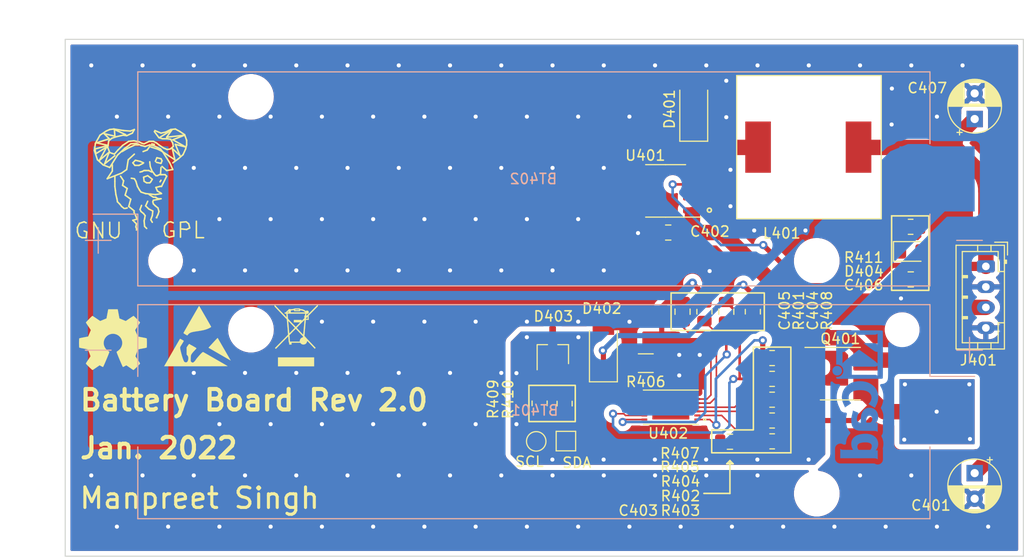
<source format=kicad_pcb>
(kicad_pcb (version 20211014) (generator pcbnew)
  (layers (0 "F.Cu" signal) (31 "B.Cu" signal) (34 "B.Paste" user) (35 "F.Paste" user) (36 "B.SilkS" user "B.Silkscreen") (37 "F.SilkS" user "F.Silkscreen") (38 "B.Mask" user) (39 "F.Mask" user) (44 "Edge.Cuts" user))
  (net 0 "")
  (net 1 "GND")
  (net 2 "+5V")
  (net 3 "+BATT")
  (net 4 "Net-(BT401-Pad2)")
  (net 5 "Net-(D402-Pad1)")
  (net 6 "Net-(D401-Pad1)")
  (net 7 "/BT_VDD")
  (net 8 "GNDPWR")
  (net 9 "Net-(C403-Pad1)")
  (net 10 "Net-(C404-Pad1)")
  (net 11 "/SRC")
  (net 12 "Net-(C405-Pad1)")
  (net 13 "Net-(D404-Pad1)")
  (net 14 "Net-(R401-Pad2)")
  (net 15 "Net-(R402-Pad2)")
  (net 16 "Net-(Q401-Pad4)")
  (net 17 "Net-(R404-Pad2)")
  (net 18 "Net-(Q401-Pad2)")
  (net 19 "Net-(R407-Pad2)")
  (net 20 "Net-(D403-Pad1)")
  (net 21 "/SCL")
  (net 22 "Net-(D403-Pad2)")
  (net 23 "/SDA")
  (net 26 "/Q_SRC")
  (footprint "Connector_JST:JST_PH_B4B-PH-K_1x04_P2.00mm_Vertical" (layer "F.Cu") (at 104.9274 66.5988 -90)
    (fp_text reference "J401")
    (fp_text value "Conn_01x04")
  )
  (footprint "Capacitor_SMD:C_0805_2012Metric" (layer "F.Cu") (at 97.5995 67.8688 180)
    (fp_text reference "C406")
    (fp_text value "10uF")
  )
  (footprint "Diode_SMD:D_SOD-128" (layer "F.Cu") (at 76.4286 51.308 90)
    (fp_text reference "D401")
    (fp_text value "D_Schottky")
  )
  (footprint "LED_SMD:LED_0805_2012Metric" (layer "F.Cu") (at 97.5995 65.1383)
    (fp_text reference "D404")
    (fp_text value "LED")
  )
  (footprint "SamacSys_Parts:CDRH127" (layer "F.Cu") (at 87.6046 54.9656 90)
    (fp_text reference "L401")
    (fp_text value "39 uH")
  )
  (footprint "Resistor_SMD:R_0805_2012Metric" (layer "F.Cu") (at 97.5868 62.738 180)
    (fp_text reference "R411")
    (fp_text value "1k")
  )
  (footprint "Package_SO:SO-8_3.9x4.9mm_P1.27mm" (layer "F.Cu") (at 73.6854 59.2328 180)
    (fp_text reference "U401")
    (fp_text value "AP1509-50SG-13")
  )
  (footprint "Capacitor_SMD:C_0805_2012Metric" (layer "F.Cu") (at 73.9394 63.2968 180)
    (fp_text reference "C402")
    (fp_text value "10uF")
  )
  (footprint "Capacitor_THT:CP_Radial_D5.0mm_P2.50mm" (layer "F.Cu") (at 103.8352 86.7664 -90)
    (fp_text reference "C401")
    (fp_text value "220uF")
  )
  (footprint "Capacitor_THT:CP_Radial_D5.0mm_P2.50mm" (layer "F.Cu") (at 103.8352 52.2224 90)
    (fp_text reference "C407")
    (fp_text value "220uF")
  )
  (footprint "Capacitor_SMD:C_0805_2012Metric" (layer "F.Cu") (at 79.9592 83.707 180)
    (fp_text reference "C403")
    (fp_text value "0.1u")
  )
  (footprint "Package_SO:SOIC-8_3.9x4.9mm_P1.27mm" (layer "F.Cu") (at 90.7288 77.0636)
    (fp_text reference "Q401")
    (fp_text value "Q_Dual_NMOS_S1G1S2G2D2D2D1D1")
  )
  (footprint "Capacitor_SMD:C_0805_2012Metric" (layer "F.Cu") (at 79.6036 71.0184 90)
    (fp_text reference "C404")
    (fp_text value "0.47u")
  )
  (footprint "Resistor_SMD:R_0805_2012Metric" (layer "F.Cu") (at 84.074 77.5716 180)
    (fp_text reference "R405")
    (fp_text value "470")
  )
  (footprint "Resistor_SMD:R_0805_2012Metric" (layer "F.Cu") (at 63.8302 79.9846 -90)
    (fp_text reference "R410")
    (fp_text value "150")
  )
  (footprint "TestPoint:TestPoint_Pad_1.5x1.5mm" (layer "F.Cu") (at 63.9572 83.6422 90)
    (fp_text reference "TP401" hide)
    (fp_text value "SDA")
  )
  (footprint "Resistor_SMD:R_1206_3216Metric_Pad1.30x1.75mm_HandSolder" (layer "F.Cu") (at 71.75 76.04 180)
    (fp_text reference "R406")
    (fp_text value "20m")
  )
  (footprint "Package_TO_SOT_SMD:TSOT-23_HandSoldering" (layer "F.Cu") (at 62.6618 75.184 90)
    (fp_text reference "D403")
    (fp_text value "D_Zener_Dual_CommonAnode_KKA_Parallel")
  )
  (footprint "Diode_SMD:D_SOD-128" (layer "F.Cu") (at 67.6148 74.7776 90)
    (fp_text reference "D402")
    (fp_text value "D_Schottky")
  )
  (footprint "Symbol:OSHW-Symbol_6.7x6mm_SilkScreen" (layer "F.Cu") (at 19.7612 73.7616)
    (fp_text reference "REF**" hide)
    (fp_text value "OSHW-Symbol_6.7x6mm_SilkScreen" hide)
  )
  (footprint "SamacSys_Parts:DS2777G+" (layer "F.Cu") (at 74.1934 80.3402 180)
    (fp_text reference "U402")
    (fp_text value "DS2777" hide)
  )
  (footprint "Symbol:ESD-Logo_6.6x6mm_SilkScreen" (layer "F.Cu") (at 28.0162 73.3806)
    (fp_text reference "REF**" hide)
    (fp_text value "ESD-Logo_6.6x6mm_SilkScreen" hide)
  )
  (footprint "TestPoint:TestPoint_Pad_D1.5mm" (layer "F.Cu") (at 61.0616 83.6676 90)
    (fp_text reference "TP402" hide)
    (fp_text value "SCL")
  )
  (footprint "Symbol:Symbol_GNU-Logo_SilkscreenTop" (layer "F.Cu") (at 22.7076 56.9468)
    (fp_text reference "REF**" hide)
    (fp_text value "Symbol_GNU-Logo_SilkscreenTop")
  )
  (footprint "Resistor_SMD:R_0805_2012Metric" (layer "F.Cu") (at 61.3918 79.9592 -90)
    (fp_text reference "R409")
    (fp_text value "150")
  )
  (footprint "Resistor_SMD:R_0805_2012Metric" (layer "F.Cu") (at 84.074 79.6036 180)
    (fp_text reference "R404")
    (fp_text value "1k")
  )
  (footprint "Resistor_SMD:R_0805_2012Metric" (layer "F.Cu") (at 84.079 83.6676 180)
    (fp_text reference "R403")
    (fp_text value "150")
  )
  (footprint "Symbol:WEEE-Logo_4.2x6mm_SilkScreen" (layer "F.Cu") (at 37.6428 73.3298)
    (fp_text reference "REF**" hide)
    (fp_text value "WEEE-Logo_4.2x6mm_SilkScreen" hide)
  )
  (footprint "Resistor_SMD:R_0805_2012Metric" (layer "F.Cu") (at 84.074 75.5396 180)
    (fp_text reference "R407")
    (fp_text value "1k")
  )
  (footprint "Resistor_SMD:R_0805_2012Metric" (layer "F.Cu") (at 84.074 81.6356 180)
    (fp_text reference "R402")
    (fp_text value "1k")
  )
  (footprint "Resistor_SMD:R_0805_2012Metric" (layer "F.Cu") (at 77.47 71.0184 -90)
    (fp_text reference "R401")
    (fp_text value "1k")
  )
  (footprint "Resistor_SMD:R_0805_2012Metric" (layer "F.Cu") (at 82.1944 71.0184 90)
    (fp_text reference "R408")
    (fp_text value "1k")
  )
  (footprint "Capacitor_SMD:C_0805_2012Metric" (layer "F.Cu") (at 75.3364 71.0184 90)
    (fp_text reference "C405")
    (fp_text value "0.1u")
  )
  (footprint "Battery:BatteryHolder_Keystone_1042_1x18650" (layer "B.Cu") (at 60.833 80.772 180)
    (fp_text reference "BT401")
    (fp_text value "Battery_Cell")
  )
  (footprint "Battery:BatteryHolder_Keystone_1042_1x18650" (layer "B.Cu") (at 60.833 58.062)
    (fp_text reference "BT402")
    (fp_text value "Battery_Cell")
  )
  (footprint "Symbol:KiCad-Logo_5mm_Copper" (layer "B.Cu") (at 92.9386 79.121 -90)
    (fp_text reference "REF**" hide)
    (fp_text value "KiCad-Logo_5mm_Copper" hide)
  )
  (gr_rect (start 74.2188 69.1896) (end 83.312 72.8472) (layer "F.SilkS") (width 0.153) (fill none))
  (gr_line (start 79.9592 85.5472) (end 79.6544 85.852) (layer "F.SilkS") (width 0.153))
  (gr_line (start 79.9592 88.7476) (end 79.9592 85.5472) (layer "F.SilkS") (width 0.153))
  (gr_line (start 77.4192 88.7476) (end 79.9592 88.7476) (layer "F.SilkS") (width 0.153))
  (gr_rect (start 60.3504 81.7372) (end 64.8716 78.2066) (layer "F.SilkS") (width 0.153) (fill none))
  (gr_rect (start 95.7326 68.9356) (end 99.3648 61.6712) (layer "F.SilkS") (width 0.153) (fill none))
  (gr_line (start 79.9592 85.5472) (end 80.264 85.852) (layer "F.SilkS") (width 0.153))
  (gr_line (start 80.264 85.852) (end 79.6544 85.852) (layer "F.SilkS") (width 0.153))
  (gr_poly (pts (xy 85.9028 84.7852) (xy 78.1812 84.7852) (xy 78.1812 82.55) (xy 82.2452 82.55) (xy 82.2452 74.4728) (xy 85.9028 74.4728)) (layer "F.SilkS") (width 0.153) (fill none))
  (gr_circle (center 77.9526 61.1124) (end 78.105 61.2394) (layer "F.SilkS") (width 0.153) (fill none))
  (gr_line (start 15.113 44.45) (end 108.585 44.45) (layer "Edge.Cuts") (width 0.1))
  (gr_line (start 108.585 44.45) (end 108.585 94.869) (layer "Edge.Cuts") (width 0.1))
  (gr_line (start 108.585 94.869) (end 15.113 94.869) (layer "Edge.Cuts") (width 0.1))
  (gr_line (start 15.113 94.869) (end 15.113 44.45) (layer "Edge.Cuts") (width 0.1))
  (gr_text "Battery Board Rev 2.0" (at 16.3576 79.6544) (layer "F.SilkS") (effects (font (size 2 2) (thickness 0.4)) (justify left)))
  (gr_text "Jan. 2022" (at 16.3576 84.328) (layer "F.SilkS") (effects (font (size 2 2) (thickness 0.4)) (justify left)))
  (gr_text "Manpreet Singh" (at 16.3576 89.2048) (layer "F.SilkS") (effects (font (size 2 2) (thickness 0.3)) (justify left)))
  (segment (start 71.0692 78.9432) (end 70.2 78.074) (width 0.5) (layer "F.Cu") (net 1))
  (segment (start 71.2662 79.1402) (end 71.6177 79.1402) (width 0.1524) (layer "F.Cu") (net 1))
  (segment (start 70.2 78.074) (end 70.2 76.04) (width 0.5) (layer "F.Cu") (net 1))
  (segment (start 70.153 71.99) (end 70.153 75.993) (width 1.5) (layer "F.Cu") (net 1))
  (segment (start 71.0692 78.9432) (end 71.2662 79.1402) (width 0.1524) (layer "F.Cu") (net 1))
  (segment (start 70.153 75.993) (end 70.2 76.04) (width 0.5) (layer "F.Cu") (net 1))
  (via (at 22.653 46.99) (size 0.8) (drill 0.4) (layers "F.Cu" "B.Cu") (net 1))
  (via (at 27.653 46.99) (size 0.8) (drill 0.4) (layers "F.Cu" "B.Cu") (net 1))
  (via (at 32.653 46.99) (size 0.8) (drill 0.4) (layers "F.Cu" "B.Cu") (net 1))
  (via (at 37.653 46.99) (size 0.8) (drill 0.4) (layers "F.Cu" "B.Cu") (net 1))
  (via (at 42.653 46.99) (size 0.8) (drill 0.4) (layers "F.Cu" "B.Cu") (net 1))
  (via (at 47.653 46.99) (size 0.8) (drill 0.4) (layers "F.Cu" "B.Cu") (net 1))
  (via (at 52.653 46.99) (size 0.8) (drill 0.4) (layers "F.Cu" "B.Cu") (net 1))
  (via (at 57.653 46.99) (size 0.8) (drill 0.4) (layers "F.Cu" "B.Cu") (net 1))
  (via (at 62.653 46.99) (size 0.8) (drill 0.4) (layers "F.Cu" "B.Cu") (net 1))
  (via (at 67.653 46.99) (size 0.8) (drill 0.4) (layers "F.Cu" "B.Cu") (net 1))
  (via (at 72.653 46.99) (size 0.8) (drill 0.4) (layers "F.Cu" "B.Cu") (net 1))
  (via (at 77.653 46.99) (size 0.8) (drill 0.4) (layers "F.Cu" "B.Cu") (net 1))
  (via (at 82.653 46.99) (size 0.8) (drill 0.4) (layers "F.Cu" "B.Cu") (net 1))
  (via (at 87.653 46.99) (size 0.8) (drill 0.4) (layers "F.Cu" "B.Cu") (net 1))
  (via (at 92.653 46.99) (size 0.8) (drill 0.4) (layers "F.Cu" "B.Cu") (net 1))
  (via (at 97.653 46.99) (size 0.8) (drill 0.4) (layers "F.Cu" "B.Cu") (net 1))
  (via (at 102.653 46.99) (size 0.8) (drill 0.4) (layers "F.Cu" "B.Cu") (net 1))
  (via (at 20.153 51.99) (size 0.8) (drill 0.4) (layers "F.Cu" "B.Cu") (net 1))
  (via (at 25.153 51.99) (size 0.8) (drill 0.4) (layers "F.Cu" "B.Cu") (net 1))
  (via (at 30.153 51.99) (size 0.8) (drill 0.4) (layers "F.Cu" "B.Cu") (net 1))
  (via (at 35.153 51.99) (size 0.8) (drill 0.4) (layers "F.Cu" "B.Cu") (net 1))
  (via (at 40.153 51.99) (size 0.8) (drill 0.4) (layers "F.Cu" "B.Cu") (net 1))
  (via (at 45.153 51.99) (size 0.8) (drill 0.4) (layers "F.Cu" "B.Cu") (net 1))
  (via (at 50.153 51.99) (size 0.8) (drill 0.4) (layers "F.Cu" "B.Cu") (net 1))
  (via (at 55.153 51.99) (size 0.8) (drill 0.4) (layers "F.Cu" "B.Cu") (net 1))
  (via (at 60.153 51.99) (size 0.8) (drill 0.4) (layers "F.Cu" "B.Cu") (net 1))
  (via (at 65.153 51.99) (size 0.8) (drill 0.4) (layers "F.Cu" "B.Cu") (net 1))
  (via (at 70.153 51.99) (size 0.8) (drill 0.4) (layers "F.Cu" "B.Cu") (net 1))
  (via (at 100.153 51.99) (size 0.8) (drill 0.4) (layers "F.Cu" "B.Cu") (net 1))
  (via (at 27.653 56.99) (size 0.8) (drill 0.4) (layers "F.Cu" "B.Cu") (net 1))
  (via (at 32.653 56.99) (size 0.8) (drill 0.4) (layers "F.Cu" "B.Cu") (net 1))
  (via (at 37.653 56.99) (size 0.8) (drill 0.4) (layers "F.Cu" "B.Cu") (net 1))
  (via (at 42.653 56.99) (size 0.8) (drill 0.4) (layers "F.Cu" "B.Cu") (net 1))
  (via (at 47.653 56.99) (size 0.8) (drill 0.4) (layers "F.Cu" "B.Cu") (net 1))
  (via (at 52.653 56.99) (size 0.8) (drill 0.4) (layers "F.Cu" "B.Cu") (net 1))
  (via (at 57.653 56.99) (size 0.8) (drill 0.4) (layers "F.Cu" "B.Cu") (net 1))
  (via (at 62.653 56.99) (size 0.8) (drill 0.4) (layers "F.Cu" "B.Cu") (net 1))
  (via (at 30.153 61.99) (size 0.8) (drill 0.4) (layers "F.Cu" "B.Cu") (net 1))
  (via (at 35.153 61.99) (size 0.8) (drill 0.4) (layers "F.Cu" "B.Cu") (net 1))
  (via (at 40.153 61.99) (size 0.8) (drill 0.4) (layers "F.Cu" "B.Cu") (net 1))
  (via (at 45.153 61.99) (size 0.8) (drill 0.4) (layers "F.Cu" "B.Cu") (net 1))
  (via (at 50.153 61.99) (size 0.8) (drill 0.4) (layers "F.Cu" "B.Cu") (net 1))
  (via (at 55.153 61.99) (size 0.8) (drill 0.4) (layers "F.Cu" "B.Cu") (net 1))
  (via (at 60.153 61.99) (size 0.8) (drill 0.4) (layers "F.Cu" "B.Cu") (net 1))
  (via (at 27.653 66.99) (size 0.8) (drill 0.4) (layers "F.Cu" "B.Cu") (net 1))
  (via (at 32.653 66.99) (size 0.8) (drill 0.4) (layers "F.Cu" "B.Cu") (net 1))
  (via (at 37.653 66.99) (size 0.8) (drill 0.4) (layers "F.Cu" "B.Cu") (net 1))
  (via (at 42.653 66.99) (size 0.8) (drill 0.4) (layers "F.Cu" "B.Cu") (net 1))
  (via (at 47.653 66.99) (size 0.8) (drill 0.4) (layers "F.Cu" "B.Cu") (net 1))
  (via (at 52.653 66.99) (size 0.8) (drill 0.4) (layers "F.Cu" "B.Cu") (net 1))
  (via (at 57.653 66.99) (size 0.8) (drill 0.4) (layers "F.Cu" "B.Cu") (net 1))
  (via (at 62.653 66.99) (size 0.8) (drill 0.4) (layers "F.Cu" "B.Cu") (net 1))
  (via (at 40.153 71.99) (size 0.8) (drill 0.4) (layers "F.Cu" "B.Cu") (net 1))
  (via (at 45.153 71.99) (size 0.8) (drill 0.4) (layers "F.Cu" "B.Cu") (net 1))
  (via (at 50.153 71.99) (size 0.8) (drill 0.4) (layers "F.Cu" "B.Cu") (net 1))
  (via (at 55.153 71.99) (size 0.8) (drill 0.4) (layers "F.Cu" "B.Cu") (net 1))
  (via (at 60.153 71.99) (size 0.8) (drill 0.4) (layers "F.Cu" "B.Cu") (net 1))
  (via (at 27.653 76.99) (size 0.8) (drill 0.4) (layers "F.Cu" "B.Cu") (net 1))
  (via (at 32.653 76.99) (size 0.8) (drill 0.4) (layers "F.Cu" "B.Cu") (net 1))
  (via (at 37.653 76.99) (size 0.8) (drill 0.4) (layers "F.Cu" "B.Cu") (net 1))
  (via (at 42.653 76.99) (size 0.8) (drill 0.4) (layers "F.Cu" "B.Cu") (net 1))
  (via (at 47.653 76.99) (size 0.8) (drill 0.4) (layers "F.Cu" "B.Cu") (net 1))
  (via (at 52.653 76.99) (size 0.8) (drill 0.4) (layers "F.Cu" "B.Cu") (net 1))
  (via (at 57.653 76.99) (size 0.8) (drill 0.4) (layers "F.Cu" "B.Cu") (net 1))
  (via (at 30.153 81.99) (size 0.8) (drill 0.4) (layers "F.Cu" "B.Cu") (net 1))
  (via (at 35.153 81.99) (size 0.8) (drill 0.4) (layers "F.Cu" "B.Cu") (net 1))
  (via (at 40.153 81.99) (size 0.8) (drill 0.4) (layers "F.Cu" "B.Cu") (net 1))
  (via (at 45.153 81.99) (size 0.8) (drill 0.4) (layers "F.Cu" "B.Cu") (net 1))
  (via (at 50.153 81.99) (size 0.8) (drill 0.4) (layers "F.Cu" "B.Cu") (net 1))
  (via (at 55.153 81.99) (size 0.8) (drill 0.4) (layers "F.Cu" "B.Cu") (net 1))
  (via (at 17.653 86.99) (size 0.8) (drill 0.4) (layers "F.Cu" "B.Cu") (net 1))
  (via (at 22.653 86.99) (size 0.8) (drill 0.4) (layers "F.Cu" "B.Cu") (net 1))
  (via (at 27.653 86.99) (size 0.8) (drill 0.4) (layers "F.Cu" "B.Cu") (net 1))
  (via (at 32.653 86.99) (size 0.8) (drill 0.4) (layers "F.Cu" "B.Cu") (net 1))
  (via (at 37.653 86.99) (size 0.8) (drill 0.4) (layers "F.Cu" "B.Cu") (net 1))
  (via (at 42.653 86.99) (size 0.8) (drill 0.4) (layers "F.Cu" "B.Cu") (net 1))
  (via (at 47.653 86.99) (size 0.8) (drill 0.4) (layers "F.Cu" "B.Cu") (net 1))
  (via (at 52.653 86.99) (size 0.8) (drill 0.4) (layers "F.Cu" "B.Cu") (net 1))
  (via (at 57.653 86.99) (size 0.8) (drill 0.4) (layers "F.Cu" "B.Cu") (net 1))
  (via (at 62.653 86.99) (size 0.8) (drill 0.4) (layers "F.Cu" "B.Cu") (net 1))
  (via (at 67.653 86.99) (size 0.8) (drill 0.4) (layers "F.Cu" "B.Cu") (net 1))
  (via (at 72.653 86.99) (size 0.8) (drill 0.4) (layers "F.Cu" "B.Cu") (net 1))
  (via (at 77.653 86.99) (size 0.8) (drill 0.4) (layers "F.Cu" "B.Cu") (net 1))
  (via (at 82.653 86.99) (size 0.8) (drill 0.4) (layers "F.Cu" "B.Cu") (net 1))
  (via (at 92.653 86.99) (size 0.8) (drill 0.4) (layers "F.Cu" "B.Cu") (net 1))
  (via (at 97.653 86.99) (size 0.8) (drill 0.4) (layers "F.Cu" "B.Cu") (net 1))
  (via (at 20.153 91.99) (size 0.8) (drill 0.4) (layers "F.Cu" "B.Cu") (net 1))
  (via (at 25.153 91.99) (size 0.8) (drill 0.4) (layers "F.Cu" "B.Cu") (net 1))
  (via (at 30.153 91.99) (size 0.8) (drill 0.4) (layers "F.Cu" "B.Cu") (net 1))
  (via (at 35.153 91.99) (size 0.8) (drill 0.4) (layers "F.Cu" "B.Cu") (net 1))
  (via (at 40.153 91.99) (size 0.8) (drill 0.4) (layers "F.Cu" "B.Cu") (net 1))
  (via (at 45.153 91.99) (size 0.8) (drill 0.4) (layers "F.Cu" "B.Cu") (net 1))
  (via (at 50.153 91.99) (size 0.8) (drill 0.4) (layers "F.Cu" "B.Cu") (net 1))
  (via (at 55.153 91.99) (size 0.8) (drill 0.4) (layers "F.Cu" "B.Cu") (net 1))
  (via (at 60.153 91.99) (size 0.8) (drill 0.4) (layers "F.Cu" "B.Cu") (net 1))
  (via (at 65.153 91.99) (size 0.8) (drill 0.4) (layers "F.Cu" "B.Cu") (net 1))
  (via (at 70.153 91.99) (size 0.8) (drill 0.4) (layers "F.Cu" "B.Cu") (net 1))
  (via (at 75.153 91.99) (size 0.8) (drill 0.4) (layers "F.Cu" "B.Cu") (net 1))
  (via (at 80.153 91.99) (size 0.8) (drill 0.4) (layers "F.Cu" "B.Cu") (net 1))
  (via (at 85.153 91.99) (size 0.8) (drill 0.4) (layers "F.Cu" "B.Cu") (net 1))
  (via (at 90.153 91.99) (size 0.8) (drill 0.4) (layers "F.Cu" "B.Cu") (net 1))
  (via (at 95.153 91.99) (size 0.8) (drill 0.4) (layers "F.Cu" "B.Cu") (net 1))
  (via (at 100.153 91.99) (size 0.8) (drill 0.4) (layers "F.Cu" "B.Cu") (net 1))
  (via (at 105.153 91.99) (size 0.8) (drill 0.4) (layers "F.Cu" "B.Cu") (net 1))
  (via (at 79.6036 48.4886) (size 0.8) (drill 0.4) (layers "F.Cu" "B.Cu") (net 1))
  (via (at 95.7326 52.7558) (size 0.8) (drill 0.4) (layers "F.Cu" "B.Cu") (net 1))
  (via (at 82.3266 63.0936) (size 0.8) (drill 0.4) (layers "F.Cu" "B.Cu") (net 1))
  (via (at 87.3266 63.0936) (size 0.8) (drill 0.4) (layers "F.Cu" "B.Cu") (net 1))
  (via (at 65.153 61.99) (size 0.8) (drill 0.4) (layers "F.Cu" "B.Cu") (net 1))
  (via (at 67.653 66.99) (size 0.8) (drill 0.4) (layers "F.Cu" "B.Cu") (net 1))
  (via (at 77.978 67.056) (size 0.8) (drill 0.4) (layers "F.Cu" "B.Cu") (net 1))
  (via (at 70.16 72) (size 0.8) (drill 0.4) (layers "F.Cu" "B.Cu") (net 1))
  (via (at 65.153 71.99) (size 0.8) (drill 0.4) (layers "F.Cu" "B.Cu") (net 1))
  (via (at 80.01 60.7314) (size 0.8) (drill 0.4) (layers "F.Cu" "B.Cu") (net 1))
  (via (at 80.01 57.1754) (size 0.8) (drill 0.4) (layers "F.Cu" "B.Cu") (net 1))
  (via (at 95.758 49.2506) (size 0.8) (drill 0.4) (layers "F.Cu" "B.Cu") (net 1))
  (via (at 79.6036 52.0446) (size 0.8) (drill 0.4) (layers "F.Cu" "B.Cu") (net 1))
  (via (at 70.993 63.3476) (size 0.8) (drill 0.4) (layers "F.Cu" "B.Cu") (net 1))
  (via (at 17.653 46.99) (size 0.8) (drill 0.4) (layers "F.Cu" "B.Cu") (net 1))
  (via (at 67.653 56.99) (size 0.8) (drill 0.4) (layers "F.Cu" "B.Cu") (net 1))
  (via (at 96.647 69.723) (size 0.8) (drill 0.4) (layers "F.Cu" "B.Cu") (net 1))
  (segment (start 99.8347 65.1383) (end 101.2952 66.5988) (width 0.5) (layer "F.Cu") (net 2))
  (segment (start 74.3712 58.5978) (end 76.2604 58.5978) (width 0.25) (layer "F.Cu") (net 2))
  (segment (start 87.19627 68.4784) (end 93.8276 68.4784) (width 0.5) (layer "F.Cu") (net 2))
  (segment (start 101.2952 66.5988) (end 104.9274 66.5988) (width 0.897604) (layer "F.Cu") (net 2))
  (segment (start 101.9302 54.991) (end 101.9302 54.1274) (width 1.5) (layer "F.Cu") (net 2))
  (segment (start 83.2104 64.516) (end 86.599911 67.905511) (width 0.5) (layer "F.Cu") (net 2))
  (segment (start 86.623381 67.905511) (end 87.19627 68.4784) (width 0.5) (layer "F.Cu") (net 2))
  (segment (start 97.4344 66.4972) (end 98.5495 67.6123) (width 0.5) (layer "F.Cu") (net 2))
  (segment (start 98.5495 67.8688) (end 100.0252 67.8688) (width 0.897604) (layer "F.Cu") (net 2))
  (segment (start 104.9274 59.230841) (end 104.9274 66.5988) (width 1.5) (layer "F.Cu") (net 2))
  (segment (start 100.0252 67.8688) (end 101.2952 66.5988) (width 0.897604) (layer "F.Cu") (net 2))
  (segment (start 101.9302 54.1274) (end 103.8352 52.2224) (width 1.5) (layer "F.Cu") (net 2))
  (segment (start 95.8088 66.4972) (end 97.4344 66.4972) (width 0.5) (layer "F.Cu") (net 2))
  (segment (start 93.8276 68.4784) (end 95.8088 66.4972) (width 0.5) (layer "F.Cu") (net 2))
  (segment (start 101.9302 54.991) (end 104.048721 57.109521) (width 1.5) (layer "F.Cu") (net 2))
  (segment (start 98.537 65.1383) (end 99.8347 65.1383) (width 0.5) (layer "F.Cu") (net 2))
  (segment (start 92.53 54.991) (end 101.9302 54.991) (width 1.5) (layer "F.Cu") (net 2))
  (segment (start 86.599911 67.905511) (end 86.623381 67.905511) (width 0.5) (layer "F.Cu") (net 2))
  (segment (start 92.5046 54.9656) (end 92.53 54.991) (width 1.5) (layer "F.Cu") (net 2))
  (segment (start 98.5495 67.6123) (end 98.5495 67.8688) (width 0.5) (layer "F.Cu") (net 2))
  (via (at 83.2104 64.516) (size 0.8) (drill 0.4) (layers "F.Cu" "B.Cu") (net 2))
  (via (at 74.3712 58.5978) (size 0.8) (drill 0.4) (layers "F.Cu" "B.Cu") (net 2))
  (arc (start 104.9274 59.230841) (mid 104.699039 58.082791) (end 104.048721 57.109521) (width 1.5) (layer "F.Cu") (net 2))
  (segment (start 83.2104 64.516) (end 79.0956 64.516) (width 0.25) (layer "B.Cu") (net 2))
  (segment (start 79.0956 64.516) (end 74.3712 59.7916) (width 0.25) (layer "B.Cu") (net 2))
  (segment (start 74.3712 59.7916) (end 74.3712 58.5978) (width 0.25) (layer "B.Cu") (net 2))
  (segment (start 89.662 73.66) (end 91.7052 73.66) (width 0.5) (layer "F.Cu") (net 3))
  (segment (start 76.3016 63.2968) (end 79.1972 63.2968) (width 1.5) (layer "F.Cu") (net 3))
  (segment (start 93.2038 75.1586) (end 93.788 75.7428) (width 1.5) (layer "F.Cu") (net 3))
  (segment (start 79.1972 63.2968) (end 89.4588 73.5584) (width 1.5) (layer "F.Cu") (net 3))
  (segment (start 87.9329 71.9309) (end 89.662 73.66) (width 0.5) (layer "F.Cu") (net 3))
  (segment (start 82.1944 71.9309) (end 87.9329 71.9309) (width 0.897604) (layer "F.Cu") (net 3))
  (segment (start 97.9424 75.7428) (end 100.6856 72.9996) (width 1.5) (layer "F.Cu") (net 3))
  (segment (start 105.3084 85.2932) (end 103.8352 86.7664) (width 1.5) (layer "F.Cu") (net 3))
  (segment (start 91.7052 73.66) (end 93.2038 75.1586) (width 0.5) (layer "F.Cu") (net 3))
  (segment (start 100.6856 72.9996) (end 101.4476 72.9996) (width 1.5) (layer "F.Cu") (net 3))
  (segment (start 76.3016 63.2968) (end 74.8894 63.2968) (width 1.5) (layer "F.Cu") (net 3))
  (segment (start 101.4476 72.9996) (end 105.3084 76.8604) (width 1.5) (layer "F.Cu") (net 3))
  (segment (start 76.3016 61.5442) (end 76.3016 63.2968) (width 1.5) (layer "F.Cu") (net 3))
  (segment (start 103.0864 70.5988) (end 104.9274 70.5988) (width 1.5) (layer "F.Cu") (net 3))
  (segment (start 105.3084 76.8604) (end 105.3084 85.2932) (width 1.5) (layer "F.Cu") (net 3))
  (segment (start 89.4588 73.5584) (end 91.6036 73.5584) (width 1.5) (layer "F.Cu") (net 3))
  (segment (start 91.6036 73.5584) (end 93.2038 75.1586) (width 1.5) (layer "F.Cu") (net 3))
  (segment (start 100.6856 72.9996) (end 103.0864 70.5988) (width 1.5) (layer "F.Cu") (net 3))
  (segment (start 93.788 75.7428) (end 97.9424 75.7428) (width 1.5) (layer "F.Cu") (net 3))
  (segment (start 77.47 69.3928) (end 76.3016 68.2244) (width 0.5) (layer "F.Cu") (net 4))
  (segment (start 77.47 70.1059) (end 77.47 69.3928) (width 0.5) (layer "F.Cu") (net 4))
  (via (at 76.3016 68.2244) (size 0.8) (drill 0.4) (layers "F.Cu" "B.Cu") (net 4))
  (segment (start 24.2316 69.4436) (end 75.0824 69.4436) (width 0.897604) (layer "B.Cu") (net 4))
  (segment (start 75.0824 69.4436) (end 76.3016 68.2244) (width 0.897604) (layer "B.Cu") (net 4))
  (segment (start 67.6148 74.8538) (end 67.6148 76.9776) (width 0.5) (layer "F.Cu") (net 5))
  (segment (start 82.1944 69.3144) (end 82.1944 70.1059) (width 0.5) (layer "F.Cu") (net 5))
  (segment (start 67.6304 76.9776) (end 67.6148 76.9776) (width 0.1524) (layer "F.Cu") (net 5))
  (segment (start 70.593001 79.940201) (end 67.6304 76.9776) (width 0.1524) (layer "F.Cu") (net 5))
  (segment (start 71.6177 79.940201) (end 70.593001 79.940201) (width 0.1524) (layer "F.Cu") (net 5))
  (segment (start 67.564 74.803) (end 67.6148 74.8538) (width 0.5) (layer "F.Cu") (net 5))
  (segment (start 81.27 68.39) (end 82.1944 69.3144) (width 0.5) (layer "F.Cu") (net 5))
  (via (at 67.564 74.803) (size 0.8) (drill 0.4) (layers "F.Cu" "B.Cu") (net 5))
  (via (at 81.27 68.39) (size 0.8) (drill 0.4) (layers "F.Cu" "B.Cu") (net 5))
  (segment (start 69.0118 73.3552) (end 67.564 74.803) (width 0.5) (layer "B.Cu") (net 5))
  (segment (start 80.9112 68.39) (end 75.946 73.3552) (width 0.5) (layer "B.Cu") (net 5))
  (segment (start 81.27 68.39) (end 80.9112 68.39) (width 0.5) (layer "B.Cu") (net 5))
  (segment (start 75.946 73.3552) (end 69.0118 73.3552) (width 0.5) (layer "B.Cu") (net 5))
  (segment (start 76.7842 54.991) (end 76.4286 54.6354) (width 1.5) (layer "F.Cu") (net 6))
  (segment (start 82.6792 54.991) (end 78.232 54.991) (width 1.5) (layer "F.Cu") (net 6))
  (segment (start 76.4286 54.6354) (end 76.4286 53.508) (width 1.5) (layer "F.Cu") (net 6))
  (segment (start 78.2066 55.0164) (end 78.2066 59.7916) (width 1.5) (layer "F.Cu") (net 6))
  (segment (start 82.7046 54.9656) (end 82.6792 54.991) (width 1.5) (layer "F.Cu") (net 6))
  (segment (start 76.2604 59.8678) (end 78.1304 59.8678) (width 0.897604) (layer "F.Cu") (net 6))
  (segment (start 78.232 54.991) (end 78.2066 55.0164) (width 1.5) (layer "F.Cu") (net 6))
  (segment (start 78.1304 59.8678) (end 78.2066 59.7916) (width 0.897604) (layer "F.Cu") (net 6))
  (segment (start 78.232 54.991) (end 76.7842 54.991) (width 1.5) (layer "F.Cu") (net 6))
  (segment (start 84.9865 81.6356) (end 84.9865 83.6626) (width 0.5) (layer "F.Cu") (net 7))
  (segment (start 92.202 81.6356) (end 94.0364 79.8012) (width 0.5) (layer "F.Cu") (net 7))
  (segment (start 93.2038 78.9686) (end 94.0364 79.8012) (width 1.5) (layer "F.Cu") (net 7))
  (segment (start 84.9865 81.6356) (end 92.202 81.6356) (width 0.5) (layer "F.Cu") (net 7))
  (segment (start 84.9865 83.6626) (end 84.9915 83.6676) (width 0.5) (layer "F.Cu") (net 7))
  (segment (start 94.0364 79.8012) (end 95.0072 80.772) (width 1.5) (layer "F.Cu") (net 7))
  (segment (start 95.0072 80.772) (end 100.163 80.772) (width 1.5) (layer "F.Cu") (net 7))
  (via (at 103.3145 78.105) (size 0.8) (drill 0.4) (layers "F.Cu" "B.Cu") (net 7))
  (via (at 96.9645 83.5025) (size 0.8) (drill 0.4) (layers "F.Cu" "B.Cu") (net 7))
  (via (at 100.1268 80.772) (size 0.8) (drill 0.4) (layers "F.Cu" "B.Cu") (net 7))
  (via (at 97.028 78.105) (size 0.8) (drill 0.4) (layers "F.Cu" "B.Cu") (net 7))
  (via (at 103.378 83.439) (size 0.8) (drill 0.4) (layers "F.Cu" "B.Cu") (net 7))
  (segment (start 75.3364 70.0684) (end 73.7972 70.0684) (width 0.5) (layer "F.Cu") (net 8))
  (segment (start 77.0128 78.9432) (end 76.967312 78.988688) (width 0.5) (layer "F.Cu") (net 8))
  (segment (start 76.967312 78.988688) (end 76.7691 78.988688) (width 0.5) (layer "F.Cu") (net 8))
  (segment (start 73.3044 73.5603) (end 73.3044 70.5612) (width 0.5) (layer "F.Cu") (net 8))
  (segment (start 77.0128 75.2348) (end 77.0128 78.9432) (width 0.5) (layer "F.Cu") (net 8))
  (segment (start 73.7972 70.0684) (end 73.3044 70.5612) (width 0.5) (layer "F.Cu") (net 8))
  (via (at 77.6364 85.4456) (size 0.8) (drill 0.4) (layers "F.Cu" "B.Cu") (net 8))
  (via (at 82.6364 85.4456) (size 0.8) (drill 0.4) (layers "F.Cu" "B.Cu") (net 8))
  (via (at 72.6364 85.4456) (size 0.8) (drill 0.4) (layers "F.Cu" "B.Cu") (net 8))
  (via (at 87.6364 85.4456) (size 0.8) (drill 0.4) (layers "F.Cu" "B.Cu") (net 8))
  (via (at 59.1312 77.0128) (size 0.8) (drill 0.4) (layers "F.Cu" "B.Cu") (net 8))
  (via (at 60.1472 73.5076) (size 0.8) (drill 0.4) (layers "F.Cu" "B.Cu") (net 8))
  (via (at 77.0128 75.2348) (size 0.8) (drill 0.4) (layers "F.Cu" "B.Cu") (net 8))
  (via (at 75.0128 75.2348) (size 0.8) (drill 0.4) (layers "F.Cu" "B.Cu") (net 8))
  (via (at 67.6364 85.4456) (size 0.8) (drill 0.4) (layers "F.Cu" "B.Cu") (net 8))
  (via (at 59.1312 81.9912) (size 0.8) (drill 0.4) (layers "F.Cu" "B.Cu") (net 8))
  (via (at 75.0128 77.2348) (size 0.8) (drill 0.4) (layers "F.Cu" "B.Cu") (net 8))
  (via (at 62.6364 85.4456) (size 0.8) (drill 0.4) (layers "F.Cu" "B.Cu") (net 8))
  (via (at 65.1764 73.5076) (size 0.8) (drill 0.4) (layers "F.Cu" "B.Cu") (net 8))
  (segment (start 83.1665 83.6676) (end 80.9486 83.6676) (width 0.5) (layer "F.Cu") (net 9))
  (segment (start 79.149402 81.140201) (end 80.9092 82.899999) (width 0.1524) (layer "F.Cu") (net 9))
  (segment (start 76.7691 81.140201) (end 79.149402 81.140201) (width 0.1524) (layer "F.Cu") (net 9))
  (segment (start 80.9486 83.6676) (end 80.9092 83.707) (width 0.5) (layer "F.Cu") (net 9))
  (segment (start 80.9092 82.899999) (end 80.9092 83.707) (width 0.1524) (layer "F.Cu") (net 9))
  (segment (start 79.6036 71.9684) (end 79.6036 75.1436) (width 0.25) (layer "F.Cu") (net 10))
  (segment (start 71.6177 81.5402) (end 69.734538 81.5402) (width 0.1524) (layer "F.Cu") (net 10))
  (segment (start 79.6036 75.1436) (end 79.65 75.19) (width 0.1524) (layer "F.Cu") (net 10))
  (segment (start 69.734538 81.5402) (end 69.495294 81.779444) (width 0.1524) (layer "F.Cu") (net 10))
  (via (at 79.65 75.19) (size 0.8) (drill 0.4) (layers "F.Cu" "B.Cu") (net 10))
  (via (at 69.495294 81.779444) (size 0.8) (drill 0.4) (layers "F.Cu" "B.Cu") (net 10))
  (segment (start 79.65 75.19) (end 77.55 77.29) (width 0.25) (layer "B.Cu") (net 10))
  (segment (start 76.610556 81.779444) (end 69.495294 81.779444) (width 0.25) (layer "B.Cu") (net 10))
  (segment (start 77.55 80.84) (end 76.610556 81.779444) (width 0.25) (layer "B.Cu") (net 10))
  (segment (start 77.55 77.29) (end 77.55 80.84) (width 0.25) (layer "B.Cu") (net 10))
  (segment (start 80.29 77.58) (end 80.2984 77.5716) (width 0.25) (layer "F.Cu") (net 11))
  (segment (start 80.909089 77.5716) (end 83.1615 77.5716) (width 0.25) (layer "F.Cu") (net 11))
  (segment (start 71.6177 81.140201) (end 69.770201 81.140201) (width 0.1524) (layer "F.Cu") (net 11))
  (segment (start 80.2984 77.5716) (end 83.1615 77.5716) (width 0.25) (layer "F.Cu") (net 11))
  (segment (start 69.6052 80.9752) (end 68.5546 80.9752) (width 0.1524) (layer "F.Cu") (net 11))
  (segment (start 80.909089 71.373889) (end 80.909089 77.5716) (width 0.25) (layer "F.Cu") (net 11))
  (segment (start 69.770201 81.140201) (end 69.6052 80.9752) (width 0.1524) (layer "F.Cu") (net 11))
  (segment (start 79.6036 70.0684) (end 80.909089 71.373889) (width 0.25) (layer "F.Cu") (net 11))
  (via (at 80.29 77.58) (size 0.8) (drill 0.4) (layers "F.Cu" "B.Cu") (net 11))
  (via (at 68.5546 80.9752) (size 0.8) (drill 0.4) (layers "F.Cu" "B.Cu") (net 11))
  (segment (start 80.29 77.58) (end 79.9084 77.9616) (width 0.25) (layer "B.Cu") (net 11))
  (segment (start 79.2734 82.804) (end 69.184 82.804) (width 0.25) (layer "B.Cu") (net 11))
  (segment (start 79.9084 82.169) (end 79.2734 82.804) (width 0.25) (layer "B.Cu") (net 11))
  (segment (start 69.184 82.804) (end 68.5546 82.1746) (width 0.25) (layer "B.Cu") (net 11))
  (segment (start 68.5546 82.1746) (end 68.5546 80.9752) (width 0.25) (layer "B.Cu") (net 11))
  (segment (start 79.9084 77.9616) (end 79.9084 82.169) (width 0.25) (layer "B.Cu") (net 11))
  (segment (start 75.3364 72.4916) (end 75.8444 72.9996) (width 0.1524) (layer "F.Cu") (net 12))
  (segment (start 77.4446 72.9996) (end 78.105 73.66) (width 0.1524) (layer "F.Cu") (net 12))
  (segment (start 75.3364 71.9684) (end 75.3364 72.4916) (width 0.1524) (layer "F.Cu") (net 12))
  (segment (start 75.8444 72.9996) (end 77.4446 72.9996) (width 0.1524) (layer "F.Cu") (net 12))
  (segment (start 78.105 79.1464) (end 77.711201 79.540199) (width 0.1524) (layer "F.Cu") (net 12))
  (segment (start 78.105 73.66) (end 78.105 79.1464) (width 0.1524) (layer "F.Cu") (net 12))
  (segment (start 77.711201 79.540199) (end 76.7691 79.540199) (width 0.1524) (layer "F.Cu") (net 12))
  (segment (start 96.662 65.1383) (end 96.662 64.2216) (width 0.25) (layer "F.Cu") (net 13))
  (segment (start 96.9772 63.9064) (end 98.2726 63.9064) (width 0.25) (layer "F.Cu") (net 13))
  (segment (start 98.2726 63.9064) (end 98.4993 63.6797) (width 0.25) (layer "F.Cu") (net 13))
  (segment (start 96.662 64.2216) (end 96.9772 63.9064) (width 0.25) (layer "F.Cu") (net 13))
  (segment (start 98.4993 63.6797) (end 98.4993 62.738) (width 0.25) (layer "F.Cu") (net 13))
  (segment (start 78.6384 73.0993) (end 77.47 71.9309) (width 0.1524) (layer "F.Cu") (net 14))
  (segment (start 78.022399 79.940201) (end 78.6384 79.3242) (width 0.1524) (layer "F.Cu") (net 14))
  (segment (start 76.7691 79.940201) (end 78.022399 79.940201) (width 0.1524) (layer "F.Cu") (net 14))
  (segment (start 78.6384 79.3242) (end 78.6384 73.0993) (width 0.1524) (layer "F.Cu") (net 14))
  (segment (start 76.7691 80.3402) (end 80.4164 80.3402) (width 0.1524) (layer "F.Cu") (net 15))
  (segment (start 84.074 78.8924) (end 84.074 80.7231) (width 0.1524) (layer "F.Cu") (net 15))
  (segment (start 80.4164 80.3402) (end 82.169 78.5876) (width 0.1524) (layer "F.Cu") (net 15))
  (segment (start 84.074 80.7231) (end 83.1615 81.6356) (width 0.1524) (layer "F.Cu") (net 15))
  (segment (start 83.7692 78.5876) (end 84.074 78.8924) (width 0.1524) (layer "F.Cu") (net 15))
  (segment (start 82.169 78.5876) (end 83.7692 78.5876) (width 0.1524) (layer "F.Cu") (net 15))
  (segment (start 84.9865 79.6036) (end 86.0552 79.6036) (width 0.5) (layer "F.Cu") (net 16))
  (segment (start 86.0552 79.6036) (end 86.6902 78.9686) (width 0.5) (layer "F.Cu") (net 16))
  (segment (start 86.6902 78.9686) (end 88.2538 78.9686) (width 0.5) (layer "F.Cu") (net 16))
  (segment (start 81.9912 79.6036) (end 80.854601 80.740199) (width 0.1524) (layer "F.Cu") (net 17))
  (segment (start 80.854601 80.740199) (end 76.7691 80.740199) (width 0.1524) (layer "F.Cu") (net 17))
  (segment (start 83.1615 79.6036) (end 81.9912 79.6036) (width 0.1524) (layer "F.Cu") (net 17))
  (segment (start 84.9865 75.5396) (end 85.9028 75.5396) (width 0.5) (layer "F.Cu") (net 18))
  (segment (start 86.7918 76.4286) (end 88.2538 76.4286) (width 0.5) (layer "F.Cu") (net 18))
  (segment (start 85.9028 75.5396) (end 86.7918 76.4286) (width 0.5) (layer "F.Cu") (net 18))
  (segment (start 83.1615 75.5396) (end 83.1615 73.8143) (width 0.5) (layer "F.Cu") (net 19))
  (segment (start 83.1615 73.8143) (end 83.1596 73.8124) (width 0.1524) (layer "F.Cu") (net 19))
  (segment (start 77.9972 81.5402) (end 76.7691 81.5402) (width 0.1524) (layer "F.Cu") (net 19))
  (segment (start 78.5244 82.0674) (end 77.9972 81.5402) (width 0.1524) (layer "F.Cu") (net 19))
  (segment (start 78.6384 82.0674) (end 78.5244 82.0674) (width 0.1524) (layer "F.Cu") (net 19))
  (via (at 78.6384 82.0674) (size 0.8) (drill 0.4) (layers "F.Cu" "B.Cu") (net 19))
  (via (at 83.1596 73.8124) (size 0.8) (drill 0.4) (layers "F.Cu" "B.Cu") (net 19))
  (segment (start 78.5876 77.5716) (end 82.3468 73.8124) (width 0.25) (layer "B.Cu") (net 19))
  (segment (start 78.6384 82.0674) (end 78.5876 82.0166) (width 0.1524) (layer "B.Cu") (net 19))
  (segment (start 82.3468 73.8124) (end 83.1596 73.8124) (width 0.25) (layer "B.Cu") (net 19))
  (segment (start 78.5876 82.0166) (end 78.5876 77.5716) (width 0.25) (layer "B.Cu") (net 19))
  (segment (start 69.990199 80.740199) (end 71.6177 80.740199) (width 0.1524) (layer "F.Cu") (net 20))
  (segment (start 61.3918 79.0467) (end 62.3043 79.9592) (width 0.1524) (layer "F.Cu") (net 20))
  (segment (start 69.2092 79.9592) (end 69.990199 80.740199) (width 0.1524) (layer "F.Cu") (net 20))
  (segment (start 61.7118 76.894) (end 61.7118 78.7267) (width 0.5) (layer "F.Cu") (net 20))
  (segment (start 62.3043 79.9592) (end 69.2092 79.9592) (width 0.1524) (layer "F.Cu") (net 20))
  (segment (start 61.7118 78.7267) (end 61.3918 79.0467) (width 0.5) (layer "F.Cu") (net 20))
  (segment (start 61.3918 80.8717) (end 61.3918 83.3374) (width 0.5) (layer "F.Cu") (net 21))
  (segment (start 61.3918 83.3374) (end 61.0616 83.6676) (width 0.5) (layer "F.Cu") (net 21))
  (segment (start 70.22069 80.3402) (end 68.94049 79.06) (width 0.1524) (layer "F.Cu") (net 22))
  (segment (start 66.52 79.06) (end 64.354 76.894) (width 0.1524) (layer "F.Cu") (net 22))
  (segment (start 63.6016 78.8435) (end 63.6016 76.9042) (width 0.5) (layer "F.Cu") (net 22))
  (segment (start 63.8302 79.0721) (end 63.6016 78.8435) (width 0.5) (layer "F.Cu") (net 22))
  (segment (start 64.354 76.894) (end 63.6118 76.894) (width 0.1524) (layer "F.Cu") (net 22))
  (segment (start 71.6177 80.3402) (end 70.22069 80.3402) (width 0.1524) (layer "F.Cu") (net 22))
  (segment (start 68.94049 79.06) (end 66.52 79.06) (width 0.1524) (layer "F.Cu") (net 22))
  (segment (start 63.6016 76.9042) (end 63.6118 76.894) (width 0.5) (layer "F.Cu") (net 22))
  (segment (start 63.9572 83.6422) (end 63.9572 81.0241) (width 0.5) (layer "F.Cu") (net 23))
  (segment (start 63.9572 81.0241) (end 63.8302 80.8971) (width 0.5) (layer "F.Cu") (net 23))
  (segment (start 88.2538 77.6986) (end 85.1135 77.6986) (width 0.5) (layer "F.Cu") (net 26))
  (segment (start 85.1135 77.6986) (end 84.9865 77.5716) (width 0.5) (layer "F.Cu") (net 26))
  (zone (net 7) (net_name "/BT_VDD") (layer "F.Cu") (priority 1) (connect_pads yes (clearance 0.508)) (min_thickness 0.254) (fill yes (thermal_gap 0.2) (thermal_bridge_width 0.508))
    (polygon (pts (xy 94.4372 79.7052) (xy 91.9988 79.7052) (xy 91.9988 77.3684) (xy 94.4372 77.3684)))
  )
  (zone (net 1) (net_name "GND") (layer "F.Cu") (connect_pads (clearance 0.508)) (min_thickness 0.254) (fill yes (thermal_gap 0.508) (thermal_bridge_width 0.508))
    (polygon (pts (xy 108.585 94.869) (xy 15.113 94.869) (xy 15.113 44.45) (xy 108.585 44.45)))
  )
  (zone (net 3) (net_name "+BATT") (layer "F.Cu") (priority 1) (connect_pads yes (clearance 0.508)) (min_thickness 0.254) (fill yes (thermal_gap 0.2) (thermal_bridge_width 0.5))
    (polygon (pts (xy 94.4372 76.7588) (xy 91.9988 76.7588) (xy 91.9988 74.6252) (xy 94.4372 74.6252)))
  )
  (zone (net 7) (net_name "/BT_VDD") (layer "F.Cu") (priority 1) (connect_pads (clearance 0.508)) (min_thickness 0.254) (fill yes (thermal_gap 0.508) (thermal_bridge_width 0.508))
    (polygon (pts (xy 103.8352 83.947) (xy 96.4946 83.947) (xy 96.4946 77.597) (xy 103.8352 77.597)))
  )
  (zone (net 0) (net_name "") (layers F&B.Cu) (connect_pads (clearance 0)) (min_thickness 0.254)
    (keepout (tracks allowed) (vias not_allowed) (pads allowed) (copperpour not_allowed) (footprints allowed))
    (fill (thermal_gap 0.508) (thermal_bridge_width 0.508))
    (polygon (pts (xy 94.6912 61.9506) (xy 80.6196 61.9506) (xy 80.6196 47.9806) (xy 94.6912 47.9806)))
  )
  (zone (net 26) (net_name "/Q_SRC") (layer "F.Cu") (priority 2) (connect_pads (clearance 0.508)) (min_thickness 0.254) (fill yes (thermal_gap 0.508) (thermal_bridge_width 0.508))
    (polygon (pts (xy 91.4908 78.232) (xy 87.2236 78.232) (xy 87.2236 74.8284) (xy 91.4908 74.8284)))
  )
  (zone (net 8) (net_name "GNDPWR") (layer "F.Cu") (priority 1) (connect_pads (clearance 0.508)) (min_thickness 0.254) (fill yes (thermal_gap 0.508) (thermal_bridge_width 0.508) (smoothing chamfer) (radius 1))
    (polygon (pts (xy 89.2556 85.9536) (xy 58.5724 85.9536) (xy 58.5724 72.9488) (xy 71.5264 72.9488) (xy 76.454 72.9488) (xy 89.2556 72.9488)))
  )
  (zone (net 8) (net_name "GNDPWR") (layer "B.Cu") (priority 1) (connect_pads (clearance 0.508)) (min_thickness 0.254) (fill yes (thermal_gap 0.508) (thermal_bridge_width 0.508) (smoothing chamfer) (radius 1))
    (polygon (pts (xy 103.8352 58.3184) (xy 89.2556 72.898) (xy 89.2556 85.9536) (xy 58.5724 85.9536) (xy 58.5724 72.9488) (xy 78.0288 72.9488) (xy 96.3168 54.6608) (xy 100.1776 54.6608)))
  )
  (zone (net 1) (net_name "GND") (layer "B.Cu") (connect_pads (clearance 0.508)) (min_thickness 0.254) (fill yes (thermal_gap 0.508) (thermal_bridge_width 0.508))
    (polygon (pts (xy 108.585 94.869) (xy 15.113 94.869) (xy 15.113 44.45) (xy 108.585 44.45)))
  )
  (zone (net 4) (net_name "Net-(BT401-Pad2)") (layer "B.Cu") (priority 1) (connect_pads (clearance 0.508)) (min_thickness 0.254) (fill yes (thermal_gap 0.508) (thermal_bridge_width 0.508))
    (polygon (pts (xy 25.1714 83.947) (xy 17.8308 83.947) (xy 17.8308 54.8894) (xy 25.1714 54.8894)))
  )
)
</source>
